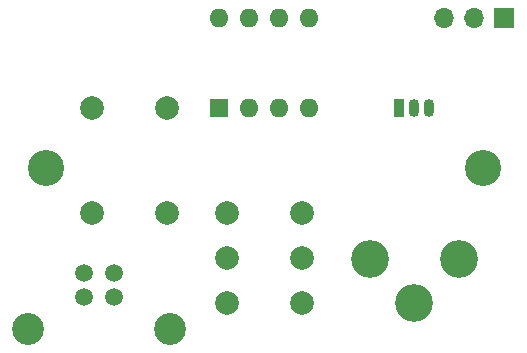
<source format=gbr>
G04 #@! TF.FileFunction,Soldermask,Top*
%FSLAX46Y46*%
G04 Gerber Fmt 4.6, Leading zero omitted, Abs format (unit mm)*
G04 Created by KiCad (PCBNEW 4.0.6) date 05/26/17 09:36:11*
%MOMM*%
%LPD*%
G01*
G04 APERTURE LIST*
%ADD10C,0.100000*%
%ADD11C,3.197860*%
%ADD12R,1.700000X1.700000*%
%ADD13O,1.700000X1.700000*%
%ADD14C,1.520000*%
%ADD15C,2.700000*%
%ADD16C,3.048000*%
%ADD17C,1.998980*%
%ADD18R,1.600000X1.600000*%
%ADD19O,1.600000X1.600000*%
%ADD20O,0.900000X1.500000*%
%ADD21R,0.900000X1.500000*%
G04 APERTURE END LIST*
D10*
D11*
X176466500Y-118211600D03*
X172720000Y-121920000D03*
X168973500Y-118211600D03*
D12*
X180340000Y-97790000D03*
D13*
X177800000Y-97790000D03*
X175260000Y-97790000D03*
D14*
X144780000Y-119380000D03*
X147320000Y-119380000D03*
X147320000Y-121380000D03*
X144780000Y-121380000D03*
D15*
X140050000Y-124080000D03*
X152050000Y-124080000D03*
D16*
X141520000Y-110490000D03*
X178520000Y-110490000D03*
D17*
X156845000Y-114300000D03*
X163195000Y-114300000D03*
X156845000Y-121920000D03*
X163195000Y-121920000D03*
X151765000Y-114300000D03*
X145415000Y-114300000D03*
X145415000Y-105410000D03*
X151765000Y-105410000D03*
X163195000Y-118110000D03*
X156845000Y-118110000D03*
D18*
X156210000Y-105410000D03*
D19*
X163830000Y-97790000D03*
X158750000Y-105410000D03*
X161290000Y-97790000D03*
X161290000Y-105410000D03*
X158750000Y-97790000D03*
X163830000Y-105410000D03*
X156210000Y-97790000D03*
D20*
X172720000Y-105410000D03*
X173990000Y-105410000D03*
D21*
X171450000Y-105410000D03*
M02*

</source>
